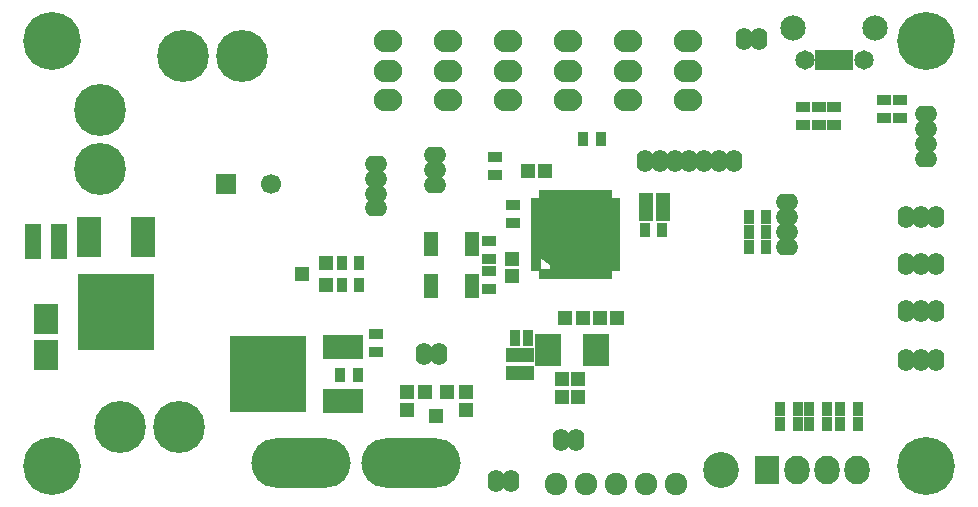
<source format=gbr>
G04 #@! TF.FileFunction,Soldermask,Top*
%FSLAX46Y46*%
G04 Gerber Fmt 4.6, Leading zero omitted, Abs format (unit mm)*
G04 Created by KiCad (PCBNEW 4.0.1-3.201512221402+6198~38~ubuntu15.04.1-stable) date Sun 03 Jan 2016 10:59:58 AM EST*
%MOMM*%
G01*
G04 APERTURE LIST*
%ADD10C,0.100000*%
%ADD11R,5.200000X1.600000*%
%ADD12R,0.700000X0.950000*%
%ADD13R,0.950000X0.700000*%
%ADD14R,6.000000X5.000000*%
%ADD15R,2.000200X2.599640*%
%ADD16R,1.150000X1.200000*%
%ADD17R,1.200000X1.150000*%
%ADD18R,0.798780X1.748740*%
%ADD19C,2.150060*%
%ADD20C,1.649680*%
%ADD21O,8.400000X4.200000*%
%ADD22O,1.900000X1.416000*%
%ADD23O,1.416000X1.900000*%
%ADD24O,2.400000X1.900000*%
%ADD25R,1.200100X1.200100*%
%ADD26R,3.448000X2.051000*%
%ADD27R,6.496000X6.496000*%
%ADD28R,2.051000X3.448000*%
%ADD29R,0.900000X1.300000*%
%ADD30R,1.300000X0.900000*%
%ADD31R,1.200100X2.101800*%
%ADD32R,1.460000X1.050000*%
%ADD33R,0.900000X1.400000*%
%ADD34R,2.299920X2.800300*%
%ADD35C,4.400000*%
%ADD36C,4.900000*%
%ADD37C,1.924000*%
%ADD38R,2.127200X2.432000*%
%ADD39O,2.127200X2.432000*%
%ADD40C,3.042000*%
%ADD41R,1.700000X1.700000*%
%ADD42C,1.700000*%
G04 APERTURE END LIST*
D10*
G36*
X144300000Y-121405000D02*
X144300000Y-120995000D01*
X145700000Y-120005000D01*
X145700000Y-122395000D01*
X144300000Y-121405000D01*
X144300000Y-121405000D01*
G37*
D11*
X147700000Y-121600000D03*
D12*
X144550000Y-122750000D03*
D13*
X150650000Y-122150000D03*
D12*
X150050000Y-116050000D03*
D13*
X143950000Y-116650000D03*
D14*
X147300000Y-118900000D03*
D12*
X145050000Y-122750000D03*
X145550000Y-122750000D03*
X146050000Y-122750000D03*
X146550000Y-122750000D03*
X147050000Y-122750000D03*
X147550000Y-122750000D03*
X148050000Y-122750000D03*
X148550000Y-122750000D03*
X149050000Y-122750000D03*
X149550000Y-122750000D03*
X150050000Y-122750000D03*
D13*
X150650000Y-121650000D03*
X150650000Y-121150000D03*
X150650000Y-120650000D03*
X150650000Y-120150000D03*
X150650000Y-119650000D03*
X150650000Y-119150000D03*
X150650000Y-118650000D03*
X150650000Y-118150000D03*
X150650000Y-117650000D03*
X150650000Y-117150000D03*
X150650000Y-116650000D03*
D12*
X149550000Y-116050000D03*
X149050000Y-116050000D03*
X148550000Y-116050000D03*
X148050000Y-116050000D03*
X147550000Y-116050000D03*
X147050000Y-116050000D03*
X146550000Y-116050000D03*
X146050000Y-116050000D03*
X145550000Y-116050000D03*
X145050000Y-116050000D03*
X144550000Y-116050000D03*
D13*
X143950000Y-117150000D03*
X143950000Y-117650000D03*
X143950000Y-118150000D03*
X143950000Y-118650000D03*
X143950000Y-119150000D03*
X143950000Y-119650000D03*
X143950000Y-120150000D03*
X143950000Y-120650000D03*
X143950000Y-121150000D03*
X143950000Y-121650000D03*
X143950000Y-122150000D03*
D15*
X102500000Y-126598860D03*
X102500000Y-129601140D03*
D16*
X133000000Y-132750000D03*
X133000000Y-134250000D03*
X138000000Y-132750000D03*
X138000000Y-134250000D03*
D17*
X154750000Y-117700000D03*
X153250000Y-117700000D03*
X147950000Y-126500000D03*
X146450000Y-126500000D03*
D16*
X141900000Y-121450000D03*
X141900000Y-122950000D03*
D17*
X149350000Y-126500000D03*
X150850000Y-126500000D03*
X144750000Y-114000000D03*
X143250000Y-114000000D03*
D16*
X142000000Y-131150000D03*
X142000000Y-129650000D03*
X143200000Y-131150000D03*
X143200000Y-129650000D03*
X146200000Y-133150000D03*
X146200000Y-131650000D03*
X147500000Y-133150000D03*
X147500000Y-131650000D03*
D18*
X170500480Y-104600000D03*
X169850240Y-104600000D03*
X169200000Y-104600000D03*
X168549760Y-104600000D03*
X167899520Y-104600000D03*
D19*
X172700120Y-101899980D03*
D20*
X171699360Y-104600000D03*
X166700640Y-104600000D03*
D19*
X165699880Y-101899980D03*
D21*
X124100000Y-138750000D03*
X133400000Y-138750000D03*
D22*
X135400000Y-112700000D03*
X135400000Y-113950000D03*
X135400000Y-115200000D03*
X176950000Y-109250000D03*
X176950000Y-110500000D03*
X176950000Y-111750000D03*
X176950000Y-113000000D03*
D23*
X175300000Y-130000000D03*
X176550000Y-130000000D03*
X177800000Y-130000000D03*
X175300000Y-125900000D03*
X176550000Y-125900000D03*
X177800000Y-125900000D03*
X175300000Y-121900000D03*
X176550000Y-121900000D03*
X177800000Y-121900000D03*
X175300000Y-117900000D03*
X176550000Y-117900000D03*
X177800000Y-117900000D03*
D24*
X156810000Y-108060000D03*
X156810000Y-105560000D03*
X156810000Y-103060000D03*
X151730000Y-108060000D03*
X151730000Y-105560000D03*
X151730000Y-103060000D03*
X146650000Y-108060000D03*
X146650000Y-105560000D03*
X146650000Y-103060000D03*
X141570000Y-108060000D03*
X141570000Y-105560000D03*
X141570000Y-103060000D03*
X136490000Y-108060000D03*
X136490000Y-105560000D03*
X136490000Y-103060000D03*
X131410000Y-108060000D03*
X131410000Y-105560000D03*
X131410000Y-103060000D03*
D25*
X126150760Y-123700000D03*
X126150760Y-121800000D03*
X124151780Y-122750000D03*
D26*
X127600000Y-133486000D03*
D27*
X121250000Y-131200000D03*
D26*
X127600000Y-128914000D03*
D28*
X110686000Y-119600000D03*
D27*
X108400000Y-125950000D03*
D28*
X106114000Y-119600000D03*
D29*
X129000000Y-121850000D03*
X127500000Y-121850000D03*
X127500000Y-123650000D03*
X129000000Y-123650000D03*
X169700000Y-135450000D03*
X171200000Y-135450000D03*
X167100000Y-135450000D03*
X168600000Y-135450000D03*
X164600000Y-135450000D03*
X166100000Y-135450000D03*
X128850000Y-131300000D03*
X127350000Y-131300000D03*
X171200000Y-134150000D03*
X169700000Y-134150000D03*
X168600000Y-134150000D03*
X167100000Y-134150000D03*
X166100000Y-134150000D03*
X164600000Y-134150000D03*
D30*
X130400000Y-127850000D03*
X130400000Y-129350000D03*
X140500000Y-114350000D03*
X140500000Y-112850000D03*
D29*
X161950000Y-120500000D03*
X163450000Y-120500000D03*
X161950000Y-119200000D03*
X163450000Y-119200000D03*
X161950000Y-117900000D03*
X163450000Y-117900000D03*
X153150000Y-119000000D03*
X154650000Y-119000000D03*
D30*
X174800000Y-109550000D03*
X174800000Y-108050000D03*
X173400000Y-109550000D03*
X173400000Y-108050000D03*
X169200000Y-110150000D03*
X169200000Y-108650000D03*
X167900000Y-110150000D03*
X167900000Y-108650000D03*
X166600000Y-110150000D03*
X166600000Y-108650000D03*
X142000000Y-118450000D03*
X142000000Y-116950000D03*
D29*
X147950000Y-111300000D03*
X149450000Y-111300000D03*
D30*
X140000000Y-122500000D03*
X140000000Y-124000000D03*
X140000000Y-121500000D03*
X140000000Y-120000000D03*
D31*
X138500000Y-123750000D03*
X135096400Y-123750000D03*
X138500000Y-120200000D03*
X135096400Y-120200000D03*
D25*
X136450000Y-132749240D03*
X134550000Y-132749240D03*
X135500000Y-134748220D03*
D32*
X101400000Y-119050000D03*
X101400000Y-120000000D03*
X101400000Y-120950000D03*
X103600000Y-120950000D03*
X103600000Y-119050000D03*
X103600000Y-120000000D03*
D33*
X143250000Y-128200000D03*
X142150000Y-128200000D03*
D34*
X149049780Y-129200000D03*
X144950220Y-129200000D03*
D23*
X162800000Y-102900000D03*
X161550000Y-102900000D03*
D35*
X108750000Y-135750000D03*
X113750000Y-135750000D03*
D23*
X135750000Y-129500000D03*
X134500000Y-129500000D03*
X140600000Y-140300000D03*
X141850000Y-140300000D03*
D36*
X177000000Y-103000000D03*
X177000000Y-139000000D03*
X103000000Y-139000000D03*
D37*
X155800000Y-140500000D03*
X153260000Y-140500000D03*
X150720000Y-140500000D03*
X148180000Y-140500000D03*
X145640000Y-140500000D03*
D17*
X154750000Y-116500000D03*
X153250000Y-116500000D03*
D23*
X147350000Y-136850000D03*
X146100000Y-136850000D03*
D22*
X130400000Y-117200000D03*
X130400000Y-115950000D03*
X130400000Y-114700000D03*
X130400000Y-113450000D03*
D38*
X163550000Y-139350000D03*
D39*
X166090000Y-139350000D03*
X168630000Y-139350000D03*
X171170000Y-139350000D03*
D22*
X165200000Y-116700000D03*
X165200000Y-117950000D03*
X165200000Y-119200000D03*
X165200000Y-120450000D03*
D35*
X119100000Y-104300000D03*
X114100000Y-104300000D03*
X107050000Y-108900000D03*
X107050000Y-113900000D03*
D23*
X153200000Y-113200000D03*
X160700000Y-113200000D03*
X159450000Y-113200000D03*
X158200000Y-113200000D03*
X156950000Y-113200000D03*
X155700000Y-113200000D03*
X154450000Y-113200000D03*
D36*
X103000000Y-103000000D03*
D40*
X159650000Y-139350000D03*
D41*
X117750000Y-115100000D03*
D42*
X121550000Y-115100000D03*
M02*

</source>
